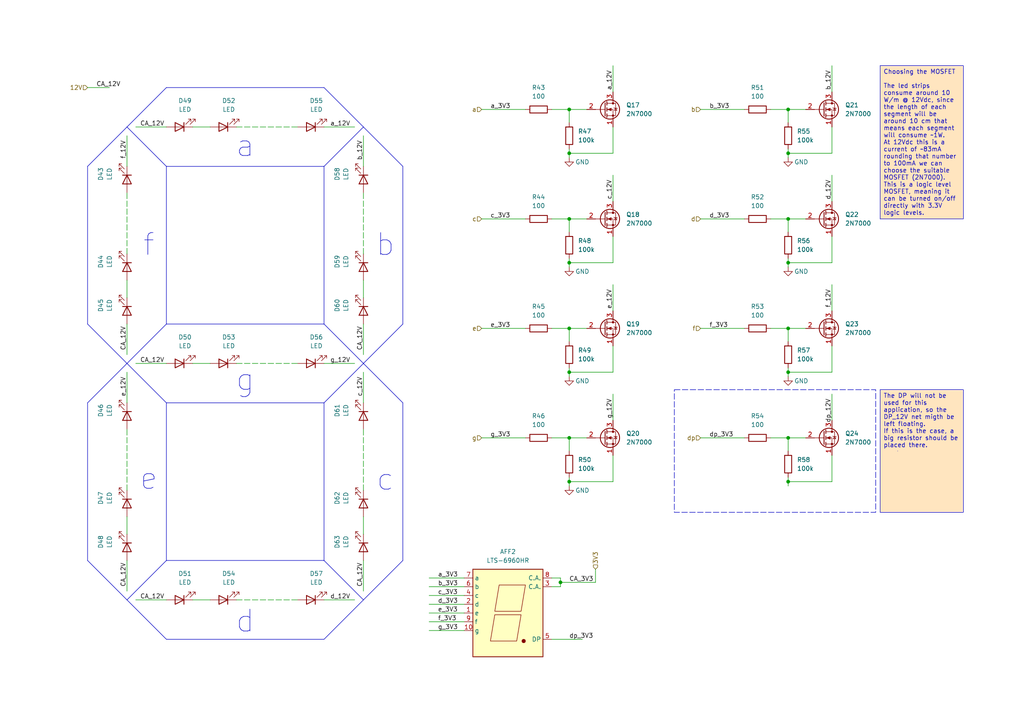
<source format=kicad_sch>
(kicad_sch (version 20231120) (generator "eeschema") (generator_version "8.0")
  (paper "A4")
  (title_block (title "Custom 7 Segment Display") (date "2024-08-08") (rev "1.0") (company "Associació Cultural TGK"))
  (lib_symbols
    (symbol "Device:LED" (pin_numbers hide) (pin_names (offset 1.016) hide)
      (property "Reference" "D" (at 0 2.54 0))
      (property "Value" "LED" (at 0 -2.54 0))
      (symbol "LED_0_1"
        (polyline (pts (xy -1.27 -1.27) (xy -1.27 1.27)) (stroke (width 0.254)))
        (polyline (pts (xy -1.27 0) (xy 1.27 0)))
        (polyline (pts (xy 1.27 -1.27) (xy 1.27 1.27) (xy -1.27 0) (xy 1.27 -1.27)) (stroke (width 0.254)))
        (polyline (pts (xy -3.048 -0.762) (xy -4.572 -2.286) (xy -3.81 -2.286) (xy -4.572 -2.286) (xy -4.572 -1.524)))
        (polyline (pts (xy -1.778 -0.762) (xy -3.302 -2.286) (xy -2.54 -2.286) (xy -3.302 -2.286) (xy -3.302 -1.524)))
      )
      (symbol "LED_1_1"
        (pin passive line (at -3.81 0 0) (length 2.54) (name "K") (number "1"))
        (pin passive line (at 3.81 0 180) (length 2.54) (name "A") (number "2"))
      )
    )
    (symbol "Device:R" (pin_numbers hide) (pin_names (offset 0))
      (property "Reference" "R" (at 2.032 0 90))
      (property "Value" "R" (at 0 0 90))
      (symbol "R_0_1"
        (rectangle (start -1.016 -2.54) (end 1.016 2.54) (stroke (width 0.254)))
      )
      (symbol "R_1_1"
        (pin passive line (at 0 3.81 270) (length 1.27) (name "~") (number "1"))
        (pin passive line (at 0 -3.81 90) (length 1.27) (name "~") (number "2"))
      )
    )
    (symbol "Display_Character:LTS-6960HR"
      (property "Reference" "AFF" (at -7.874 13.97 0))
      (property "Value" "LTS-6960HR" (at -2.032 13.97 0))
      (symbol "LTS-6960HR_0_1"
        (rectangle (start -10.16 12.7) (end 10.16 -12.7) (stroke (width 0.254)) (fill (type background)))
        (polyline (pts (xy -3.81 -0.508) (xy 3.81 -0.508) (xy 2.54 -8.128) (xy -5.08 -8.128) (xy -3.81 -0.508) (xy -3.81 -0.508)))
        (polyline (pts (xy -2.54 8.128) (xy 5.08 8.128) (xy 3.81 0.508) (xy -3.81 0.508) (xy -2.54 8.128) (xy -2.54 8.128)))
        (circle (center 4.572 -8.128) (radius 0.508) (fill (type outline)))
      )
      (symbol "LTS-6960HR_1_1"
        (pin passive line (at -12.7 0 0) (length 2.54) (name "e") (number "1"))
        (pin passive line (at -12.7 -5.08 0) (length 2.54) (name "g") (number "10"))
        (pin passive line (at -12.7 2.54 0) (length 2.54) (name "d") (number "2"))
        (pin passive line (at 12.7 7.62 180) (length 2.54) (name "C.A.") (number "3"))
        (pin passive line (at -12.7 5.08 0) (length 2.54) (name "c") (number "4"))
        (pin passive line (at 12.7 -7.62 180) (length 2.54) (name "DP") (number "5"))
        (pin passive line (at -12.7 7.62 0) (length 2.54) (name "b") (number "6"))
        (pin passive line (at -12.7 10.16 0) (length 2.54) (name "a") (number "7"))
        (pin passive line (at 12.7 10.16 180) (length 2.54) (name "C.A.") (number "8"))
        (pin passive line (at -12.7 -2.54 0) (length 2.54) (name "f") (number "9"))
      )
    )
    (symbol "Transistor_FET:2N7000" (pin_names hide)
      (property "Reference" "Q" (at 5.08 1.905 0))
      (property "Value" "2N7000" (at 5.08 0 0))
      (symbol "2N7000_0_1"
        (polyline (pts (xy 0.254 0) (xy -2.54 0)))
        (polyline (pts (xy 0.254 1.905) (xy 0.254 -1.905)) (stroke (width 0.254)))
        (polyline (pts (xy 0.762 -1.27) (xy 0.762 -2.286)) (stroke (width 0.254)))
        (polyline (pts (xy 0.762 0.508) (xy 0.762 -0.508)) (stroke (width 0.254)))
        (polyline (pts (xy 0.762 2.286) (xy 0.762 1.27)) (stroke (width 0.254)))
        (polyline (pts (xy 2.54 2.54) (xy 2.54 1.778)))
        (polyline (pts (xy 2.54 -2.54) (xy 2.54 0) (xy 0.762 0)))
        (polyline (pts (xy 0.762 -1.778) (xy 3.302 -1.778) (xy 3.302 1.778) (xy 0.762 1.778)))
        (polyline (pts (xy 1.016 0) (xy 2.032 0.381) (xy 2.032 -0.381) (xy 1.016 0)) (fill (type outline)))
        (polyline (pts (xy 2.794 0.508) (xy 2.921 0.381) (xy 3.683 0.381) (xy 3.81 0.254)))
        (polyline (pts (xy 3.302 0.381) (xy 2.921 -0.254) (xy 3.683 -0.254) (xy 3.302 0.381)))
        (circle (center 1.651 0) (radius 2.794) (stroke (width 0.254)))
        (circle (center 2.54 -1.778) (radius 0.254) (fill (type outline)))
        (circle (center 2.54 1.778) (radius 0.254) (fill (type outline)))
      )
      (symbol "2N7000_1_1"
        (pin passive line (at 2.54 -5.08 90) (length 2.54) (name "S") (number "1"))
        (pin input line (at -5.08 0 0) (length 2.54) (name "G") (number "2"))
        (pin passive line (at 2.54 5.08 270) (length 2.54) (name "D") (number "3"))
      )
    )
    (symbol "power:GND" (power) (pin_numbers hide) (pin_names (offset 0) hide)
      (property "Value" "GND" (at 0 -3.81 0))
      (symbol "GND_0_1"
        (polyline (pts (xy 0 0) (xy 0 -1.27) (xy 1.27 -1.27) (xy 0 -2.54) (xy -1.27 -1.27) (xy 0 -1.27)))
      )
      (symbol "GND_1_1"
        (pin power_in line (at 0 0 270) (length 0) (name "~") (number "1"))
      )
    )
  )
  (junction (at 165.1 139.7))
  (junction (at 228.6 127))
  (junction (at 228.6 31.75))
  (junction (at 228.6 44.45))
  (junction (at 165.1 76.2))
  (junction (at 228.6 95.25))
  (junction (at 162.56 168.91))
  (junction (at 165.1 127))
  (junction (at 165.1 63.5))
  (junction (at 228.6 107.95))
  (junction (at 228.6 63.5))
  (junction (at 228.6 76.2))
  (junction (at 228.6 139.7))
  (junction (at 165.1 31.75))
  (junction (at 165.1 107.95))
  (junction (at 165.1 44.45))
  (junction (at 165.1 95.25))
  (wire (pts (xy 162.56 168.91) (xy 172.72 168.91)))
  (polyline (pts (xy 48.26 116.84) (xy 93.98 116.84)))
  (wire (pts (xy 162.56 167.64) (xy 162.56 168.91)))
  (polyline (pts (xy 25.4 48.26) (xy 36.83 36.83)))
  (polyline (pts (xy 93.98 93.98) (xy 93.98 48.26)))
  (wire (pts (xy 165.1 139.7) (xy 177.8 139.7)))
  (wire (pts (xy 105.41 73.66) (xy 105.41 55.88)) (stroke (width 0) (type dash)))
  (wire (pts (xy 36.83 48.26) (xy 36.83 39.37)))
  (wire (pts (xy 165.1 63.5) (xy 170.18 63.5)))
  (wire (pts (xy 228.6 127) (xy 233.68 127)))
  (wire (pts (xy 228.6 107.95) (xy 228.6 109.22)))
  (wire (pts (xy 105.41 142.24) (xy 105.41 124.46)) (stroke (width 0) (type dash)))
  (polyline (pts (xy 93.98 185.42) (xy 105.41 173.99)))
  (polyline (pts (xy 116.84 93.98) (xy 116.84 48.26)))
  (wire (pts (xy 93.98 173.99) (xy 102.87 173.99)))
  (wire (pts (xy 165.1 63.5) (xy 165.1 67.31)))
  (wire (pts (xy 162.56 168.91) (xy 162.56 170.18)))
  (wire (pts (xy 203.2 127) (xy 215.9 127)))
  (wire (pts (xy 160.02 63.5) (xy 165.1 63.5)))
  (polyline (pts (xy 48.26 185.42) (xy 93.98 185.42)))
  (polyline (pts (xy 93.98 48.26) (xy 105.41 36.83)))
  (wire (pts (xy 228.6 76.2) (xy 228.6 77.47)))
  (wire (pts (xy 223.52 127) (xy 228.6 127)))
  (wire (pts (xy 203.2 63.5) (xy 215.9 63.5)))
  (wire (pts (xy 160.02 185.42) (xy 168.91 185.42)))
  (wire (pts (xy 177.8 19.05) (xy 177.8 26.67)))
  (wire (pts (xy 36.83 142.24) (xy 36.83 124.46)) (stroke (width 0) (type dash)))
  (wire (pts (xy 165.1 43.18) (xy 165.1 44.45)))
  (wire (pts (xy 36.83 116.84) (xy 36.83 107.95)))
  (polyline (pts (xy 36.83 105.41) (xy 48.26 93.98)))
  (wire (pts (xy 68.58 36.83) (xy 86.36 36.83)) (stroke (width 0) (type dash)))
  (polyline (pts (xy 36.83 173.99) (xy 48.26 162.56)))
  (wire (pts (xy 139.7 31.75) (xy 152.4 31.75)))
  (wire (pts (xy 55.88 36.83) (xy 60.96 36.83)))
  (polyline (pts (xy 36.83 36.83) (xy 48.26 48.26)))
  (wire (pts (xy 228.6 76.2) (xy 241.3 76.2)))
  (wire (pts (xy 165.1 95.25) (xy 170.18 95.25)))
  (wire (pts (xy 105.41 102.87) (xy 105.41 93.98)))
  (wire (pts (xy 165.1 127) (xy 165.1 130.81)))
  (wire (pts (xy 55.88 105.41) (xy 60.96 105.41)))
  (polyline (pts (xy 25.4 93.98) (xy 25.4 48.26)))
  (wire (pts (xy 177.8 100.33) (xy 177.8 107.95)))
  (wire (pts (xy 105.41 171.45) (xy 105.41 162.56)))
  (wire (pts (xy 228.6 95.25) (xy 228.6 99.06)))
  (wire (pts (xy 165.1 31.75) (xy 170.18 31.75)))
  (wire (pts (xy 36.83 171.45) (xy 36.83 162.56)))
  (wire (pts (xy 228.6 31.75) (xy 228.6 35.56)))
  (wire (pts (xy 228.6 138.43) (xy 228.6 139.7)))
  (polyline (pts (xy 105.41 105.41) (xy 116.84 116.84)))
  (wire (pts (xy 228.6 74.93) (xy 228.6 76.2)))
  (wire (pts (xy 124.46 170.18) (xy 134.62 170.18)))
  (wire (pts (xy 241.3 114.3) (xy 241.3 121.92)))
  (wire (pts (xy 228.6 107.95) (xy 241.3 107.95)))
  (wire (pts (xy 160.02 31.75) (xy 165.1 31.75)))
  (wire (pts (xy 139.7 63.5) (xy 152.4 63.5)))
  (wire (pts (xy 228.6 106.68) (xy 228.6 107.95)))
  (wire (pts (xy 228.6 95.25) (xy 233.68 95.25)))
  (wire (pts (xy 223.52 31.75) (xy 228.6 31.75)))
  (polyline (pts (xy 25.4 162.56) (xy 25.4 116.84)))
  (wire (pts (xy 228.6 44.45) (xy 241.3 44.45)))
  (polyline (pts (xy 93.98 162.56) (xy 105.41 173.99)))
  (wire (pts (xy 124.46 180.34) (xy 134.62 180.34)))
  (wire (pts (xy 93.98 36.83) (xy 102.87 36.83)))
  (wire (pts (xy 228.6 139.7) (xy 228.6 140.97)))
  (wire (pts (xy 228.6 43.18) (xy 228.6 44.45)))
  (wire (pts (xy 139.7 95.25) (xy 152.4 95.25)))
  (wire (pts (xy 160.02 170.18) (xy 162.56 170.18)))
  (polyline (pts (xy 48.26 93.98) (xy 93.98 93.98)))
  (wire (pts (xy 228.6 44.45) (xy 228.6 45.72)))
  (polyline (pts (xy 93.98 25.4) (xy 105.41 36.83)))
  (wire (pts (xy 228.6 127) (xy 228.6 130.81)))
  (wire (pts (xy 39.37 36.83) (xy 48.26 36.83)))
  (wire (pts (xy 55.88 173.99) (xy 60.96 173.99)))
  (wire (pts (xy 160.02 95.25) (xy 165.1 95.25)))
  (wire (pts (xy 165.1 95.25) (xy 165.1 99.06)))
  (wire (pts (xy 241.3 82.55) (xy 241.3 90.17)))
  (wire (pts (xy 177.8 68.58) (xy 177.8 76.2)))
  (polyline (pts (xy 48.26 162.56) (xy 93.98 162.56)))
  (wire (pts (xy 105.41 154.94) (xy 105.41 149.86)))
  (wire (pts (xy 93.98 105.41) (xy 102.87 105.41)))
  (wire (pts (xy 105.41 116.84) (xy 105.41 107.95)))
  (wire (pts (xy 165.1 106.68) (xy 165.1 107.95)))
  (wire (pts (xy 36.83 86.36) (xy 36.83 81.28)))
  (polyline (pts (xy 25.4 116.84) (xy 36.83 105.41)))
  (polyline (pts (xy 25.4 162.56) (xy 36.83 173.99)))
  (wire (pts (xy 177.8 50.8) (xy 177.8 58.42)))
  (wire (pts (xy 124.46 175.26) (xy 134.62 175.26)))
  (wire (pts (xy 241.3 100.33) (xy 241.3 107.95)))
  (wire (pts (xy 241.3 50.8) (xy 241.3 58.42)))
  (wire (pts (xy 160.02 167.64) (xy 162.56 167.64)))
  (wire (pts (xy 165.1 76.2) (xy 177.8 76.2)))
  (polyline (pts (xy 93.98 116.84) (xy 105.41 105.41)))
  (wire (pts (xy 228.6 63.5) (xy 233.68 63.5)))
  (wire (pts (xy 165.1 138.43) (xy 165.1 139.7)))
  (wire (pts (xy 223.52 63.5) (xy 228.6 63.5)))
  (polyline (pts (xy 93.98 93.98) (xy 105.41 105.41)))
  (wire (pts (xy 68.58 173.99) (xy 86.36 173.99)) (stroke (width 0) (type dash)))
  (wire (pts (xy 124.46 167.64) (xy 134.62 167.64)))
  (wire (pts (xy 203.2 31.75) (xy 215.9 31.75)))
  (wire (pts (xy 36.83 102.87) (xy 36.83 93.98)))
  (wire (pts (xy 165.1 76.2) (xy 165.1 77.47)))
  (polyline (pts (xy 48.26 93.98) (xy 48.26 48.26)))
  (wire (pts (xy 228.6 139.7) (xy 241.3 139.7)))
  (wire (pts (xy 165.1 44.45) (xy 165.1 45.72)))
  (wire (pts (xy 165.1 139.7) (xy 165.1 140.97)))
  (polyline (pts (xy 105.41 105.41) (xy 116.84 93.98)))
  (wire (pts (xy 165.1 107.95) (xy 165.1 109.22)))
  (polyline (pts (xy 36.83 105.41) (xy 48.26 116.84)))
  (wire (pts (xy 39.37 173.99) (xy 48.26 173.99)))
  (wire (pts (xy 165.1 107.95) (xy 177.8 107.95)))
  (wire (pts (xy 165.1 31.75) (xy 165.1 35.56)))
  (polyline (pts (xy 93.98 162.56) (xy 93.98 116.84)))
  (polyline (pts (xy 105.41 173.99) (xy 116.84 162.56)))
  (wire (pts (xy 36.83 154.94) (xy 36.83 149.86)))
  (wire (pts (xy 36.83 73.66) (xy 36.83 55.88)) (stroke (width 0) (type dash)))
  (wire (pts (xy 124.46 177.8) (xy 134.62 177.8)))
  (wire (pts (xy 223.52 95.25) (xy 228.6 95.25)))
  (wire (pts (xy 241.3 19.05) (xy 241.3 26.67)))
  (wire (pts (xy 177.8 82.55) (xy 177.8 90.17)))
  (polyline (pts (xy 25.4 93.98) (xy 36.83 105.41)))
  (wire (pts (xy 25.4 25.4) (xy 31.75 25.4)))
  (wire (pts (xy 68.58 105.41) (xy 86.36 105.41)) (stroke (width 0) (type dash)))
  (wire (pts (xy 241.3 132.08) (xy 241.3 139.7)))
  (polyline (pts (xy 116.84 162.56) (xy 116.84 116.84)))
  (wire (pts (xy 165.1 44.45) (xy 177.8 44.45)))
  (wire (pts (xy 203.2 95.25) (xy 215.9 95.25)))
  (wire (pts (xy 177.8 132.08) (xy 177.8 139.7)))
  (wire (pts (xy 165.1 74.93) (xy 165.1 76.2)))
  (wire (pts (xy 105.41 48.26) (xy 105.41 39.37)))
  (wire (pts (xy 39.37 105.41) (xy 48.26 105.41)))
  (polyline (pts (xy 48.26 48.26) (xy 93.98 48.26)))
  (wire (pts (xy 124.46 172.72) (xy 134.62 172.72)))
  (wire (pts (xy 177.8 114.3) (xy 177.8 121.92)))
  (wire (pts (xy 165.1 127) (xy 170.18 127)))
  (wire (pts (xy 105.41 86.36) (xy 105.41 81.28)))
  (wire (pts (xy 172.72 165.1) (xy 172.72 168.91)))
  (polyline (pts (xy 105.41 36.83) (xy 116.84 48.26)))
  (wire (pts (xy 228.6 63.5) (xy 228.6 67.31)))
  (polyline (pts (xy 48.26 162.56) (xy 48.26 116.84)))
  (polyline (pts (xy 36.83 173.99) (xy 48.26 185.42)))
  (wire (pts (xy 124.46 182.88) (xy 134.62 182.88)))
  (wire (pts (xy 139.7 127) (xy 152.4 127)))
  (wire (pts (xy 241.3 36.83) (xy 241.3 44.45)))
  (polyline (pts (xy 48.26 25.4) (xy 93.98 25.4)))
  (wire (pts (xy 228.6 31.75) (xy 233.68 31.75)))
  (wire (pts (xy 177.8 36.83) (xy 177.8 44.45)))
  (polyline (pts (xy 36.83 36.83) (xy 48.26 25.4)))
  (wire (pts (xy 241.3 68.58) (xy 241.3 76.2)))
  (wire (pts (xy 160.02 127) (xy 165.1 127)))
  (rectangle (start 195.58 113.03) (end 254 148.59) (stroke (width 0) (type dash)))
  (text_box "" (at 260.35 130.81 0) (size 0 0) (fill (type color) (color 255 229 191 1)) (effects (font (size 1.27 1.27)) (justify left top)))
  (text_box "The DP will not be used for this application, so the DP_12V net migth be left floating.\nIf this is the case, a big resistor should be placed there." (at 255.27 113.03 0) (size 24.13 35.56) (fill (type color) (color 255 229 191 1)) (effects (font (size 1.27 1.27)) (justify left top)))
  (text_box "Choosing the MOSFET\n\nThe led strips consume around 10 W/m @ 12Vdc, since the length of each segment will be around 10 cm that means each segment will consume ~1W.\nAt 12Vdc this is a current of ~83mA rounding that number to 100mA we can choose the suitable MOSFET (2N7000).\nThis is a logic level MOSFET, meaning it can be turned on/off directly with 3.3V logic levels." (at 255.27 19.05 0) (size 24.13 44.45) (fill (type color) (color 255 229 191 1)) (effects (font (size 1.27 1.27)) (justify left top)))
  (text "a" (at 71.12 42.418 0) (effects (font (size 6.35 6.35))))
  (text "f" (at 43.18 71.12 0) (effects (font (size 6.35 6.35))))
  (text "d" (at 71.12 180.34 0) (effects (font (size 6.35 6.35))))
  (text "e" (at 43.18 138.938 0) (effects (font (size 6.35 6.35))))
  (text "b" (at 111.76 71.12 0) (effects (font (size 6.35 6.35))))
  (text "c" (at 111.76 139.192 0) (effects (font (size 6.35 6.35))))
  (text "g" (at 71.12 110.236 0) (effects (font (size 6.35 6.35))))
  (label "dp_3V3" (at 205.74 127 0))
  (label "f_3V3" (at 127 180.34 0))
  (label "CA_12V" (at 27.94 25.4 0))
  (label "CA_3V3" (at 165.1 168.91 0))
  (label "c_12V" (at 177.8 52.07 270))
  (label "d_3V3" (at 127 175.26 0))
  (label "e_3V3" (at 142.24 95.25 0))
  (label "d_3V3" (at 205.74 63.5 0))
  (label "e_3V3" (at 127 177.8 0))
  (label "CA_12V" (at 36.83 170.18 90))
  (label "e_12V" (at 177.8 83.82 270))
  (label "g_3V3" (at 142.24 127 0))
  (label "a_12V" (at 101.6 36.83 180))
  (label "a_3V3" (at 127 167.64 0))
  (label "b_3V3" (at 127 170.18 0))
  (label "CA_12V" (at 105.41 170.18 90))
  (label "CA_12V" (at 40.64 173.99 0))
  (label "e_12V" (at 36.83 109.22 270))
  (label "a_3V3" (at 142.24 31.75 0))
  (label "g_3V3" (at 127 182.88 0))
  (label "g_12V" (at 101.6 105.41 180))
  (label "b_12V" (at 105.41 40.64 270))
  (label "c_3V3" (at 127 172.72 0))
  (label "f_3V3" (at 205.74 95.25 0))
  (label "b_12V" (at 241.3 20.32 270))
  (label "CA_12V" (at 105.41 101.6 90))
  (label "dp_3V3" (at 165.1 185.42 0))
  (label "CA_12V" (at 40.64 105.41 0))
  (label "c_3V3" (at 142.24 63.5 0))
  (label "CA_12V" (at 36.83 101.6 90))
  (label "d_12V" (at 101.6 173.99 180))
  (label "c_12V" (at 105.41 109.22 270))
  (label "CA_12V" (at 40.64 36.83 0))
  (label "dp_12V" (at 241.3 115.57 270))
  (label "b_3V3" (at 205.74 31.75 0))
  (label "d_12V" (at 241.3 52.07 270))
  (label "f_12V" (at 241.3 83.82 270))
  (label "g_12V" (at 177.8 115.57 270))
  (label "a_12V" (at 177.8 20.32 270))
  (label "f_12V" (at 36.83 40.64 270))
  (hierarchical_label "e" (shape input) (at 139.7 95.25 180))
  (hierarchical_label "g" (shape input) (at 139.7 127 180))
  (hierarchical_label "b" (shape input) (at 203.2 31.75 180))
  (hierarchical_label "f" (shape input) (at 203.2 95.25 180))
  (hierarchical_label "c" (shape input) (at 139.7 63.5 180))
  (hierarchical_label "dp" (shape input) (at 203.2 127 180))
  (hierarchical_label "3V3" (shape input) (at 172.72 165.1 90))
  (hierarchical_label "12V" (shape input) (at 25.4 25.4 180))
  (hierarchical_label "a" (shape input) (at 139.7 31.75 180))
  (hierarchical_label "d" (shape input) (at 203.2 63.5 180))
  (symbol (lib_id "Device:LED") (at 105.41 146.05 270) (unit 1)
    (property "Reference" "D62" (at 97.79 144.4625 0))
    (property "Value" "LED" (at 100.33 144.4625 0))
    (property "Description" "Light emitting diode" (effects (hide yes)))
    (instances (project "compta-birres" (path "" (reference "D62") (unit 1)) (path "" (reference "D104") (unit 1)) (path "" (reference "D83") (unit 1)) (path "" (reference "D41") (unit 1)) (path "" (reference "D20") (unit 1))))
  )
  (symbol (lib_id "Device:R") (at 165.1 39.37 0) (unit 1)
    (property "Reference" "R47" (at 167.64 38.0999 0) (effects (justify left)))
    (property "Value" "100k" (at 167.64 40.6399 0) (effects (justify left)))
    (property "Description" "Resistor" (effects (hide yes)))
    (instances (project "compta-birres" (path "" (reference "R47") (unit 1)) (path "" (reference "R79") (unit 1)) (path "" (reference "R63") (unit 1)) (path "" (reference "R31") (unit 1)) (path "" (reference "R12") (unit 1))))
  )
  (symbol (lib_id "Device:R") (at 156.21 31.75 90) (unit 1)
    (property "Reference" "R43" (at 156.21 25.4 90))
    (property "Value" "100" (at 156.21 27.94 90))
    (property "Description" "Resistor" (effects (hide yes)))
    (instances (project "compta-birres" (path "" (reference "R43") (unit 1)) (path "" (reference "R75") (unit 1)) (path "" (reference "R59") (unit 1)) (path "" (reference "R27") (unit 1)) (path "" (reference "R11") (unit 1))))
  )
  (symbol (lib_id "Transistor_FET:2N7000") (at 238.76 127 0) (unit 1)
    (property "Reference" "Q24" (at 245.11 125.7299 0) (effects (justify left)))
    (property "Value" "2N7000" (at 245.11 128.2699 0) (effects (justify left)))
    (property "Footprint" "Package_TO_SOT_THT:TO-92_Inline" (effects (hide yes)))
    (property "Datasheet" "https://www.vishay.com/docs/70226/70226.pdf" (effects (hide yes)))
    (property "Description" "0.2A Id, 200V Vds, N-Channel MOSFET, 2.6V Logic Level, TO-92" (effects (hide yes)))
    (instances (project "compta-birres" (path "" (reference "Q24") (unit 1)) (path "" (reference "Q40") (unit 1)) (path "" (reference "Q32") (unit 1)) (path "" (reference "Q16") (unit 1)) (path "" (reference "Q8") (unit 1))))
  )
  (symbol (lib_id "Device:LED") (at 105.41 52.07 270) (unit 1)
    (property "Reference" "D58" (at 97.79 50.4825 0))
    (property "Value" "LED" (at 100.33 50.4825 0))
    (property "Description" "Light emitting diode" (effects (hide yes)))
    (instances (project "compta-birres" (path "" (reference "D58") (unit 1)) (path "" (reference "D100") (unit 1)) (path "" (reference "D79") (unit 1)) (path "" (reference "D37") (unit 1)) (path "" (reference "D16") (unit 1))))
  )
  (symbol (lib_id "Transistor_FET:2N7000") (at 175.26 95.25 0) (unit 1)
    (property "Reference" "Q19" (at 181.61 93.9799 0) (effects (justify left)))
    (property "Value" "2N7000" (at 181.61 96.5199 0) (effects (justify left)))
    (property "Footprint" "Package_TO_SOT_THT:TO-92_Inline" (effects (hide yes)))
    (property "Datasheet" "https://www.vishay.com/docs/70226/70226.pdf" (effects (hide yes)))
    (property "Description" "0.2A Id, 200V Vds, N-Channel MOSFET, 2.6V Logic Level, TO-92" (effects (hide yes)))
    (instances (project "compta-birres" (path "" (reference "Q19") (unit 1)) (path "" (reference "Q35") (unit 1)) (path "" (reference "Q27") (unit 1)) (path "" (reference "Q11") (unit 1)) (path "" (reference "Q5") (unit 1))))
  )
  (symbol (lib_id "Transistor_FET:2N7000") (at 238.76 31.75 0) (unit 1)
    (property "Reference" "Q21" (at 245.11 30.4799 0) (effects (justify left)))
    (property "Value" "2N7000" (at 245.11 33.0199 0) (effects (justify left)))
    (property "Footprint" "Package_TO_SOT_THT:TO-92_Inline" (effects (hide yes)))
    (property "Datasheet" "https://www.vishay.com/docs/70226/70226.pdf" (effects (hide yes)))
    (property "Description" "0.2A Id, 200V Vds, N-Channel MOSFET, 2.6V Logic Level, TO-92" (effects (hide yes)))
    (instances (project "compta-birres" (path "" (reference "Q21") (unit 1)) (path "" (reference "Q37") (unit 1)) (path "" (reference "Q29") (unit 1)) (path "" (reference "Q13") (unit 1)) (path "" (reference "Q2") (unit 1))))
  )
  (symbol (lib_id "Device:LED") (at 105.41 158.75 270) (unit 1)
    (property "Reference" "D63" (at 97.79 157.1625 0))
    (property "Value" "LED" (at 100.33 157.1625 0))
    (property "Description" "Light emitting diode" (effects (hide yes)))
    (instances (project "compta-birres" (path "" (reference "D63") (unit 1)) (path "" (reference "D105") (unit 1)) (path "" (reference "D84") (unit 1)) (path "" (reference "D42") (unit 1)) (path "" (reference "D21") (unit 1))))
  )
  (symbol (lib_id "Display_Character:LTS-6960HR") (at 147.32 177.8 0) (unit 1)
    (property "Reference" "AFF2" (at 147.32 160.02 0))
    (property "Value" "LTS-6960HR" (at 147.32 162.56 0))
    (property "Footprint" "Display_7Segment:7SegmentLED_LTS6760_LTS6780" (effects (hide yes)))
    (property "Datasheet" "https://datasheet.octopart.com/LTS-6960HR-Lite-On-datasheet-11803242.pdf" (effects (hide yes)))
    (property "Description" "DISPLAY 7 SEGMENTS common A." (effects (hide yes)))
    (instances (project "compta-birres" (path "" (reference "AFF2") (unit 1)) (path "" (reference "AFF4") (unit 1)) (path "" (reference "AFF3") (unit 1)) (path "" (reference "AFF1") (unit 1)) (path "" (reference "AFF6") (unit 1))))
  )
  (symbol (lib_id "Device:LED") (at 64.77 105.41 180) (unit 1)
    (property "Reference" "D53" (at 66.3575 97.79 0))
    (property "Value" "LED" (at 66.3575 100.33 0))
    (property "Description" "Light emitting diode" (effects (hide yes)))
    (instances (project "compta-birres" (path "" (reference "D53") (unit 1)) (path "" (reference "D95") (unit 1)) (path "" (reference "D74") (unit 1)) (path "" (reference "D32") (unit 1)) (path "" (reference "D11") (unit 1))))
  )
  (symbol (lib_id "Device:R") (at 228.6 39.37 0) (unit 1)
    (property "Reference" "R55" (at 231.14 38.0999 0) (effects (justify left)))
    (property "Value" "100k" (at 231.14 40.6399 0) (effects (justify left)))
    (property "Description" "Resistor" (effects (hide yes)))
    (instances (project "compta-birres" (path "" (reference "R55") (unit 1)) (path "" (reference "R87") (unit 1)) (path "" (reference "R71") (unit 1)) (path "" (reference "R39") (unit 1)) (path "" (reference "R14") (unit 1))))
  )
  (symbol (lib_id "Device:R") (at 219.71 127 90) (unit 1)
    (property "Reference" "R54" (at 219.71 120.65 90))
    (property "Value" "100" (at 219.71 123.19 90))
    (property "Description" "Resistor" (effects (hide yes)))
    (instances (project "compta-birres" (path "" (reference "R54") (unit 1)) (path "" (reference "R86") (unit 1)) (path "" (reference "R70") (unit 1)) (path "" (reference "R38") (unit 1)) (path "" (reference "R24") (unit 1))))
  )
  (symbol (lib_id "Device:LED") (at 36.83 77.47 270) (unit 1)
    (property "Reference" "D44" (at 29.21 75.8825 0))
    (property "Value" "LED" (at 31.75 75.8825 0))
    (property "Description" "Light emitting diode" (effects (hide yes)))
    (instances (project "compta-birres" (path "" (reference "D44") (unit 1)) (path "" (reference "D86") (unit 1)) (path "" (reference "D65") (unit 1)) (path "" (reference "D23") (unit 1)) (path "" (reference "D2") (unit 1))))
  )
  (symbol (lib_id "power:GND") (at 165.1 45.72 0) (unit 1)
    (property "Reference" "#PWR028" (effects (hide yes)))
    (property "Value" "GND" (at 168.91 46.99 0))
    (property "Description" "Power symbol creates a global label with name \"GND\" , ground" (effects (hide yes)))
    (instances (project "compta-birres" (path "" (reference "#PWR028") (unit 1)) (path "" (reference "#PWR042") (unit 1)) (path "" (reference "#PWR035") (unit 1)) (path "" (reference "#PWR018") (unit 1)) (path "" (reference "#PWR010") (unit 1))))
  )
  (symbol (lib_id "Transistor_FET:2N7000") (at 175.26 63.5 0) (unit 1)
    (property "Reference" "Q18" (at 181.61 62.2299 0) (effects (justify left)))
    (property "Value" "2N7000" (at 181.61 64.7699 0) (effects (justify left)))
    (property "Footprint" "Package_TO_SOT_THT:TO-92_Inline" (effects (hide yes)))
    (property "Datasheet" "https://www.vishay.com/docs/70226/70226.pdf" (effects (hide yes)))
    (property "Description" "0.2A Id, 200V Vds, N-Channel MOSFET, 2.6V Logic Level, TO-92" (effects (hide yes)))
    (instances (project "compta-birres" (path "" (reference "Q18") (unit 1)) (path "" (reference "Q34") (unit 1)) (path "" (reference "Q26") (unit 1)) (path "" (reference "Q10") (unit 1)) (path "" (reference "Q3") (unit 1))))
  )
  (symbol (lib_id "Device:LED") (at 90.17 105.41 180) (unit 1)
    (property "Reference" "D56" (at 91.7575 97.79 0))
    (property "Value" "LED" (at 91.7575 100.33 0))
    (property "Description" "Light emitting diode" (effects (hide yes)))
    (instances (project "compta-birres" (path "" (reference "D56") (unit 1)) (path "" (reference "D98") (unit 1)) (path "" (reference "D77") (unit 1)) (path "" (reference "D35") (unit 1)) (path "" (reference "D14") (unit 1))))
  )
  (symbol (lib_id "Device:R") (at 219.71 31.75 90) (unit 1)
    (property "Reference" "R51" (at 219.71 25.4 90))
    (property "Value" "100" (at 219.71 27.94 90))
    (property "Description" "Resistor" (effects (hide yes)))
    (instances (project "compta-birres" (path "" (reference "R51") (unit 1)) (path "" (reference "R83") (unit 1)) (path "" (reference "R67") (unit 1)) (path "" (reference "R35") (unit 1)) (path "" (reference "R13") (unit 1))))
  )
  (symbol (lib_id "power:GND") (at 165.1 77.47 0) (unit 1)
    (property "Reference" "#PWR029" (effects (hide yes)))
    (property "Value" "GND" (at 168.91 78.74 0))
    (property "Description" "Power symbol creates a global label with name \"GND\" , ground" (effects (hide yes)))
    (instances (project "compta-birres" (path "" (reference "#PWR029") (unit 1)) (path "" (reference "#PWR043") (unit 1)) (path "" (reference "#PWR036") (unit 1)) (path "" (reference "#PWR019") (unit 1)) (path "" (reference "#PWR012") (unit 1))))
  )
  (symbol (lib_id "Device:R") (at 156.21 95.25 90) (unit 1)
    (property "Reference" "R45" (at 156.21 88.9 90))
    (property "Value" "100" (at 156.21 91.44 90))
    (property "Description" "Resistor" (effects (hide yes)))
    (instances (project "compta-birres" (path "" (reference "R45") (unit 1)) (path "" (reference "R77") (unit 1)) (path "" (reference "R61") (unit 1)) (path "" (reference "R29") (unit 1)) (path "" (reference "R19") (unit 1))))
  )
  (symbol (lib_id "Device:R") (at 165.1 71.12 0) (unit 1)
    (property "Reference" "R48" (at 167.64 69.8499 0) (effects (justify left)))
    (property "Value" "100k" (at 167.64 72.3899 0) (effects (justify left)))
    (property "Description" "Resistor" (effects (hide yes)))
    (instances (project "compta-birres" (path "" (reference "R48") (unit 1)) (path "" (reference "R80") (unit 1)) (path "" (reference "R64") (unit 1)) (path "" (reference "R32") (unit 1)) (path "" (reference "R16") (unit 1))))
  )
  (symbol (lib_id "power:GND") (at 165.1 109.22 0) (unit 1)
    (property "Reference" "#PWR030" (effects (hide yes)))
    (property "Value" "GND" (at 168.91 110.49 0))
    (property "Description" "Power symbol creates a global label with name \"GND\" , ground" (effects (hide yes)))
    (instances (project "compta-birres" (path "" (reference "#PWR030") (unit 1)) (path "" (reference "#PWR044") (unit 1)) (path "" (reference "#PWR037") (unit 1)) (path "" (reference "#PWR023") (unit 1)) (path "" (reference "#PWR014") (unit 1))))
  )
  (symbol (lib_id "Device:R") (at 219.71 95.25 90) (unit 1)
    (property "Reference" "R53" (at 219.71 88.9 90))
    (property "Value" "100" (at 219.71 91.44 90))
    (property "Description" "Resistor" (effects (hide yes)))
    (instances (project "compta-birres" (path "" (reference "R53") (unit 1)) (path "" (reference "R85") (unit 1)) (path "" (reference "R69") (unit 1)) (path "" (reference "R37") (unit 1)) (path "" (reference "R23") (unit 1))))
  )
  (symbol (lib_id "Device:LED") (at 36.83 52.07 270) (unit 1)
    (property "Reference" "D43" (at 29.21 50.4825 0))
    (property "Value" "LED" (at 31.75 50.4825 0))
    (property "Description" "Light emitting diode" (effects (hide yes)))
    (instances (project "compta-birres" (path "" (reference "D43") (unit 1)) (path "" (reference "D85") (unit 1)) (path "" (reference "D64") (unit 1)) (path "" (reference "D22") (unit 1)) (path "" (reference "D1") (unit 1))))
  )
  (symbol (lib_id "Device:LED") (at 52.07 173.99 180) (unit 1)
    (property "Reference" "D51" (at 53.6575 166.37 0))
    (property "Value" "LED" (at 53.6575 168.91 0))
    (property "Description" "Light emitting diode" (effects (hide yes)))
    (instances (project "compta-birres" (path "" (reference "D51") (unit 1)) (path "" (reference "D93") (unit 1)) (path "" (reference "D72") (unit 1)) (path "" (reference "D30") (unit 1)) (path "" (reference "D9") (unit 1))))
  )
  (symbol (lib_id "Device:LED") (at 64.77 36.83 180) (unit 1)
    (property "Reference" "D52" (at 66.3575 29.21 0))
    (property "Value" "LED" (at 66.3575 31.75 0))
    (property "Description" "Light emitting diode" (effects (hide yes)))
    (instances (project "compta-birres" (path "" (reference "D52") (unit 1)) (path "" (reference "D94") (unit 1)) (path "" (reference "D73") (unit 1)) (path "" (reference "D31") (unit 1)) (path "" (reference "D10") (unit 1))))
  )
  (symbol (lib_id "Device:R") (at 219.71 63.5 90) (unit 1)
    (property "Reference" "R52" (at 219.71 57.15 90))
    (property "Value" "100" (at 219.71 59.69 90))
    (property "Description" "Resistor" (effects (hide yes)))
    (instances (project "compta-birres" (path "" (reference "R52") (unit 1)) (path "" (reference "R84") (unit 1)) (path "" (reference "R68") (unit 1)) (path "" (reference "R36") (unit 1)) (path "" (reference "R17") (unit 1))))
  )
  (symbol (lib_id "Device:LED") (at 105.41 120.65 270) (unit 1)
    (property "Reference" "D61" (at 97.79 119.0625 0))
    (property "Value" "LED" (at 100.33 119.0625 0))
    (property "Description" "Light emitting diode" (effects (hide yes)))
    (instances (project "compta-birres" (path "" (reference "D61") (unit 1)) (path "" (reference "D103") (unit 1)) (path "" (reference "D82") (unit 1)) (path "" (reference "D40") (unit 1)) (path "" (reference "D19") (unit 1))))
  )
  (symbol (lib_id "Device:R") (at 156.21 127 90) (unit 1)
    (property "Reference" "R46" (at 156.21 120.65 90))
    (property "Value" "100" (at 156.21 123.19 90))
    (property "Description" "Resistor" (effects (hide yes)))
    (instances (project "compta-birres" (path "" (reference "R46") (unit 1)) (path "" (reference "R78") (unit 1)) (path "" (reference "R62") (unit 1)) (path "" (reference "R30") (unit 1)) (path "" (reference "R20") (unit 1))))
  )
  (symbol (lib_id "Device:LED") (at 105.41 90.17 270) (unit 1)
    (property "Reference" "D60" (at 97.79 88.5825 0))
    (property "Value" "LED" (at 100.33 88.5825 0))
    (property "Description" "Light emitting diode" (effects (hide yes)))
    (instances (project "compta-birres" (path "" (reference "D60") (unit 1)) (path "" (reference "D102") (unit 1)) (path "" (reference "D81") (unit 1)) (path "" (reference "D39") (unit 1)) (path "" (reference "D18") (unit 1))))
  )
  (symbol (lib_id "Transistor_FET:2N7000") (at 238.76 63.5 0) (unit 1)
    (property "Reference" "Q22" (at 245.11 62.2299 0) (effects (justify left)))
    (property "Value" "2N7000" (at 245.11 64.7699 0) (effects (justify left)))
    (property "Footprint" "Package_TO_SOT_THT:TO-92_Inline" (effects (hide yes)))
    (property "Datasheet" "https://www.vishay.com/docs/70226/70226.pdf" (effects (hide yes)))
    (property "Description" "0.2A Id, 200V Vds, N-Channel MOSFET, 2.6V Logic Level, TO-92" (effects (hide yes)))
    (instances (project "compta-birres" (path "" (reference "Q22") (unit 1)) (path "" (reference "Q38") (unit 1)) (path "" (reference "Q30") (unit 1)) (path "" (reference "Q14") (unit 1)) (path "" (reference "Q4") (unit 1))))
  )
  (symbol (lib_id "Device:LED") (at 90.17 36.83 180) (unit 1)
    (property "Reference" "D55" (at 91.7575 29.21 0))
    (property "Value" "LED" (at 91.7575 31.75 0))
    (property "Description" "Light emitting diode" (effects (hide yes)))
    (instances (project "compta-birres" (path "" (reference "D55") (unit 1)) (path "" (reference "D97") (unit 1)) (path "" (reference "D76") (unit 1)) (path "" (reference "D34") (unit 1)) (path "" (reference "D13") (unit 1))))
  )
  (symbol (lib_id "Device:R") (at 165.1 102.87 0) (unit 1)
    (property "Reference" "R49" (at 167.64 101.5999 0) (effects (justify left)))
    (property "Value" "100k" (at 167.64 104.1399 0) (effects (justify left)))
    (property "Description" "Resistor" (effects (hide yes)))
    (instances (project "compta-birres" (path "" (reference "R49") (unit 1)) (path "" (reference "R81") (unit 1)) (path "" (reference "R65") (unit 1)) (path "" (reference "R33") (unit 1)) (path "" (reference "R21") (unit 1))))
  )
  (symbol (lib_id "power:GND") (at 165.1 140.97 0) (unit 1)
    (property "Reference" "#PWR031" (effects (hide yes)))
    (property "Value" "GND" (at 168.91 142.24 0))
    (property "Description" "Power symbol creates a global label with name \"GND\" , ground" (effects (hide yes)))
    (instances (project "compta-birres" (path "" (reference "#PWR031") (unit 1)) (path "" (reference "#PWR045") (unit 1)) (path "" (reference "#PWR038") (unit 1)) (path "" (reference "#PWR024") (unit 1)) (path "" (reference "#PWR015") (unit 1))))
  )
  (symbol (lib_id "Device:R") (at 228.6 134.62 0) (unit 1)
    (property "Reference" "R58" (at 231.14 133.3499 0) (effects (justify left)))
    (property "Value" "100k" (at 231.14 135.8899 0) (effects (justify left)))
    (property "Description" "Resistor" (effects (hide yes)))
    (instances (project "compta-birres" (path "" (reference "R58") (unit 1)) (path "" (reference "R90") (unit 1)) (path "" (reference "R74") (unit 1)) (path "" (reference "R42") (unit 1)) (path "" (reference "R26") (unit 1))))
  )
  (symbol (lib_id "Device:LED") (at 36.83 120.65 270) (unit 1)
    (property "Reference" "D46" (at 29.21 119.0625 0))
    (property "Value" "LED" (at 31.75 119.0625 0))
    (property "Description" "Light emitting diode" (effects (hide yes)))
    (instances (project "compta-birres" (path "" (reference "D46") (unit 1)) (path "" (reference "D88") (unit 1)) (path "" (reference "D67") (unit 1)) (path "" (reference "D25") (unit 1)) (path "" (reference "D4") (unit 1))))
  )
  (symbol (lib_id "Transistor_FET:2N7000") (at 175.26 127 0) (unit 1)
    (property "Reference" "Q20" (at 181.61 125.7299 0) (effects (justify left)))
    (property "Value" "2N7000" (at 181.61 128.2699 0) (effects (justify left)))
    (property "Footprint" "Package_TO_SOT_THT:TO-92_Inline" (effects (hide yes)))
    (property "Datasheet" "https://www.vishay.com/docs/70226/70226.pdf" (effects (hide yes)))
    (property "Description" "0.2A Id, 200V Vds, N-Channel MOSFET, 2.6V Logic Level, TO-92" (effects (hide yes)))
    (instances (project "compta-birres" (path "" (reference "Q20") (unit 1)) (path "" (reference "Q36") (unit 1)) (path "" (reference "Q28") (unit 1)) (path "" (reference "Q12") (unit 1)) (path "" (reference "Q6") (unit 1))))
  )
  (symbol (lib_id "Device:LED") (at 36.83 146.05 270) (unit 1)
    (property "Reference" "D47" (at 29.21 144.4625 0))
    (property "Value" "LED" (at 31.75 144.4625 0))
    (property "Description" "Light emitting diode" (effects (hide yes)))
    (instances (project "compta-birres" (path "" (reference "D47") (unit 1)) (path "" (reference "D89") (unit 1)) (path "" (reference "D68") (unit 1)) (path "" (reference "D26") (unit 1)) (path "" (reference "D5") (unit 1))))
  )
  (symbol (lib_id "Device:LED") (at 90.17 173.99 180) (unit 1)
    (property "Reference" "D57" (at 91.7575 166.37 0))
    (property "Value" "LED" (at 91.7575 168.91 0))
    (property "Description" "Light emitting diode" (effects (hide yes)))
    (instances (project "compta-birres" (path "" (reference "D57") (unit 1)) (path "" (reference "D99") (unit 1)) (path "" (reference "D78") (unit 1)) (path "" (reference "D36") (unit 1)) (path "" (reference "D15") (unit 1))))
  )
  (symbol (lib_id "Device:R") (at 165.1 134.62 0) (unit 1)
    (property "Reference" "R50" (at 167.64 133.3499 0) (effects (justify left)))
    (property "Value" "100k" (at 167.64 135.8899 0) (effects (justify left)))
    (property "Description" "Resistor" (effects (hide yes)))
    (instances (project "compta-birres" (path "" (reference "R50") (unit 1)) (path "" (reference "R82") (unit 1)) (path "" (reference "R66") (unit 1)) (path "" (reference "R34") (unit 1)) (path "" (reference "R22") (unit 1))))
  )
  (symbol (lib_id "Device:R") (at 228.6 102.87 0) (unit 1)
    (property "Reference" "R57" (at 231.14 101.5999 0) (effects (justify left)))
    (property "Value" "100k" (at 231.14 104.1399 0) (effects (justify left)))
    (property "Description" "Resistor" (effects (hide yes)))
    (instances (project "compta-birres" (path "" (reference "R57") (unit 1)) (path "" (reference "R89") (unit 1)) (path "" (reference "R73") (unit 1)) (path "" (reference "R41") (unit 1)) (path "" (reference "R25") (unit 1))))
  )
  (symbol (lib_id "Transistor_FET:2N7000") (at 238.76 95.25 0) (unit 1)
    (property "Reference" "Q23" (at 245.11 93.9799 0) (effects (justify left)))
    (property "Value" "2N7000" (at 245.11 96.5199 0) (effects (justify left)))
    (property "Footprint" "Package_TO_SOT_THT:TO-92_Inline" (effects (hide yes)))
    (property "Datasheet" "https://www.vishay.com/docs/70226/70226.pdf" (effects (hide yes)))
    (property "Description" "0.2A Id, 200V Vds, N-Channel MOSFET, 2.6V Logic Level, TO-92" (effects (hide yes)))
    (instances (project "compta-birres" (path "" (reference "Q23") (unit 1)) (path "" (reference "Q39") (unit 1)) (path "" (reference "Q31") (unit 1)) (path "" (reference "Q15") (unit 1)) (path "" (reference "Q7") (unit 1))))
  )
  (symbol (lib_id "Device:LED") (at 52.07 36.83 180) (unit 1)
    (property "Reference" "D49" (at 53.6575 29.21 0))
    (property "Value" "LED" (at 53.6575 31.75 0))
    (property "Description" "Light emitting diode" (effects (hide yes)))
    (instances (project "compta-birres" (path "" (reference "D49") (unit 1)) (path "" (reference "D91") (unit 1)) (path "" (reference "D70") (unit 1)) (path "" (reference "D28") (unit 1)) (path "" (reference "D7") (unit 1))))
  )
  (symbol (lib_id "Device:LED") (at 64.77 173.99 180) (unit 1)
    (property "Reference" "D54" (at 66.3575 166.37 0))
    (property "Value" "LED" (at 66.3575 168.91 0))
    (property "Description" "Light emitting diode" (effects (hide yes)))
    (instances (project "compta-birres" (path "" (reference "D54") (unit 1)) (path "" (reference "D96") (unit 1)) (path "" (reference "D75") (unit 1)) (path "" (reference "D33") (unit 1)) (path "" (reference "D12") (unit 1))))
  )
  (symbol (lib_id "power:GND") (at 228.6 45.72 0) (unit 1)
    (property "Reference" "#PWR032" (effects (hide yes)))
    (property "Value" "GND" (at 232.41 46.99 0))
    (property "Description" "Power symbol creates a global label with name \"GND\" , ground" (effects (hide yes)))
    (instances (project "compta-birres" (path "" (reference "#PWR032") (unit 1)) (path "" (reference "#PWR046") (unit 1)) (path "" (reference "#PWR039") (unit 1)) (path "" (reference "#PWR025") (unit 1)) (path "" (reference "#PWR011") (unit 1))))
  )
  (symbol (lib_id "Device:LED") (at 52.07 105.41 180) (unit 1)
    (property "Reference" "D50" (at 53.6575 97.79 0))
    (property "Value" "LED" (at 53.6575 100.33 0))
    (property "Description" "Light emitting diode" (effects (hide yes)))
    (instances (project "compta-birres" (path "" (reference "D50") (unit 1)) (path "" (reference "D92") (unit 1)) (path "" (reference "D71") (unit 1)) (path "" (reference "D29") (unit 1)) (path "" (reference "D8") (unit 1))))
  )
  (symbol (lib_id "Device:R") (at 228.6 71.12 0) (unit 1)
    (property "Reference" "R56" (at 231.14 69.8499 0) (effects (justify left)))
    (property "Value" "100k" (at 231.14 72.3899 0) (effects (justify left)))
    (property "Description" "Resistor" (effects (hide yes)))
    (instances (project "compta-birres" (path "" (reference "R56") (unit 1)) (path "" (reference "R88") (unit 1)) (path "" (reference "R72") (unit 1)) (path "" (reference "R40") (unit 1)) (path "" (reference "R18") (unit 1))))
  )
  (symbol (lib_id "power:GND") (at 228.6 77.47 0) (unit 1)
    (property "Reference" "#PWR033" (effects (hide yes)))
    (property "Value" "GND" (at 232.41 78.74 0))
    (property "Description" "Power symbol creates a global label with name \"GND\" , ground" (effects (hide yes)))
    (instances (project "compta-birres" (path "" (reference "#PWR033") (unit 1)) (path "" (reference "#PWR047") (unit 1)) (path "" (reference "#PWR040") (unit 1)) (path "" (reference "#PWR026") (unit 1)) (path "" (reference "#PWR013") (unit 1))))
  )
  (symbol (lib_id "Device:LED") (at 105.41 77.47 270) (unit 1)
    (property "Reference" "D59" (at 97.79 75.8825 0))
    (property "Value" "LED" (at 100.33 75.8825 0))
    (property "Description" "Light emitting diode" (effects (hide yes)))
    (instances (project "compta-birres" (path "" (reference "D59") (unit 1)) (path "" (reference "D101") (unit 1)) (path "" (reference "D80") (unit 1)) (path "" (reference "D38") (unit 1)) (path "" (reference "D17") (unit 1))))
  )
  (symbol (lib_id "Device:R") (at 156.21 63.5 90) (unit 1)
    (property "Reference" "R44" (at 156.21 57.15 90))
    (property "Value" "100" (at 156.21 59.69 90))
    (property "Description" "Resistor" (effects (hide yes)))
    (instances (project "compta-birres" (path "" (reference "R44") (unit 1)) (path "" (reference "R76") (unit 1)) (path "" (reference "R60") (unit 1)) (path "" (reference "R28") (unit 1)) (path "" (reference "R15") (unit 1))))
  )
  (symbol (lib_id "Transistor_FET:2N7000") (at 175.26 31.75 0) (unit 1)
    (property "Reference" "Q17" (at 181.61 30.4799 0) (effects (justify left)))
    (property "Value" "2N7000" (at 181.61 33.0199 0) (effects (justify left)))
    (property "Footprint" "Package_TO_SOT_THT:TO-92_Inline" (effects (hide yes)))
    (property "Datasheet" "https://www.vishay.com/docs/70226/70226.pdf" (effects (hide yes)))
    (property "Description" "0.2A Id, 200V Vds, N-Channel MOSFET, 2.6V Logic Level, TO-92" (effects (hide yes)))
    (instances (project "compta-birres" (path "" (reference "Q17") (unit 1)) (path "" (reference "Q33") (unit 1)) (path "" (reference "Q25") (unit 1)) (path "" (reference "Q9") (unit 1)) (path "" (reference "Q1") (unit 1))))
  )
  (symbol (lib_id "Device:LED") (at 36.83 90.17 270) (unit 1)
    (property "Reference" "D45" (at 29.21 88.5825 0))
    (property "Value" "LED" (at 31.75 88.5825 0))
    (property "Description" "Light emitting diode" (effects (hide yes)))
    (instances (project "compta-birres" (path "" (reference "D45") (unit 1)) (path "" (reference "D87") (unit 1)) (path "" (reference "D66") (unit 1)) (path "" (reference "D24") (unit 1)) (path "" (reference "D3") (unit 1))))
  )
  (symbol (lib_id "power:GND") (at 228.6 109.22 0) (unit 1)
    (property "Reference" "#PWR034" (effects (hide yes)))
    (property "Value" "GND" (at 232.41 110.49 0))
    (property "Description" "Power symbol creates a global label with name \"GND\" , ground" (effects (hide yes)))
    (instances (project "compta-birres" (path "" (reference "#PWR034") (unit 1)) (path "" (reference "#PWR048") (unit 1)) (path "" (reference "#PWR041") (unit 1)) (path "" (reference "#PWR027") (unit 1)) (path "" (reference "#PWR016") (unit 1))))
  )
  (symbol (lib_id "Device:LED") (at 36.83 158.75 270) (unit 1)
    (property "Reference" "D48" (at 29.21 157.1625 0))
    (property "Value" "LED" (at 31.75 157.1625 0))
    (property "Description" "Light emitting diode" (effects (hide yes)))
    (instances (project "compta-birres" (path "" (reference "D48") (unit 1)) (path "" (reference "D90") (unit 1)) (path "" (reference "D69") (unit 1)) (path "" (reference "D27") (unit 1)) (path "" (reference "D6") (unit 1))))
  )
)
</source>
